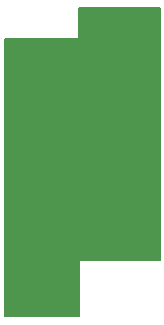
<source format=gbr>
%TF.GenerationSoftware,KiCad,Pcbnew,9.0.4*%
%TF.CreationDate,2025-09-07T07:02:52-04:00*%
%TF.ProjectId,flex_partial,666c6578-5f70-4617-9274-69616c2e6b69,v20231105*%
%TF.SameCoordinates,Original*%
%TF.FileFunction,Other,User*%
%FSLAX46Y46*%
G04 Gerber Fmt 4.6, Leading zero omitted, Abs format (unit mm)*
G04 Created by KiCad (PCBNEW 9.0.4) date 2025-09-07 07:02:52*
%MOMM*%
%LPD*%
G01*
G04 APERTURE LIST*
%ADD10C,0.150000*%
G04 APERTURE END LIST*
D10*
X90400000Y-93600000D02*
X96700000Y-93600000D01*
X96700000Y-117100000D01*
X90400000Y-117100000D01*
X90400000Y-93600000D01*
G36*
X90400000Y-93600000D02*
G01*
X96700000Y-93600000D01*
X96700000Y-117100000D01*
X90400000Y-117100000D01*
X90400000Y-93600000D01*
G37*
X96700000Y-91000000D02*
X103500000Y-91000000D01*
X103500000Y-112300000D01*
X96700000Y-112300000D01*
X96700000Y-91000000D01*
G36*
X96700000Y-91000000D02*
G01*
X103500000Y-91000000D01*
X103500000Y-112300000D01*
X96700000Y-112300000D01*
X96700000Y-91000000D01*
G37*
M02*

</source>
